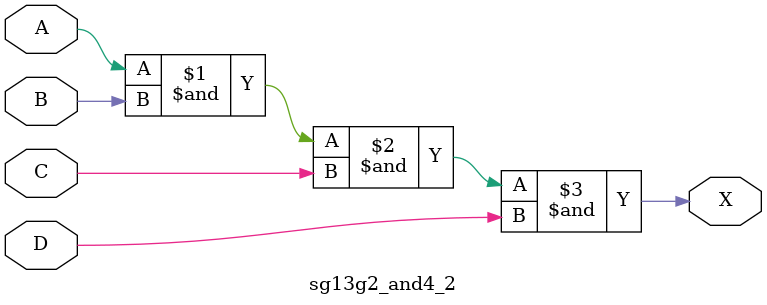
<source format=v>
`timescale 1ns/10ps
`celldefine
module sg13g2_and4_2 (X, A, B, C, D);
	output X;
	input A, B, C, D;
	and (X, A, B, C, D);
endmodule
`endcelldefine

</source>
